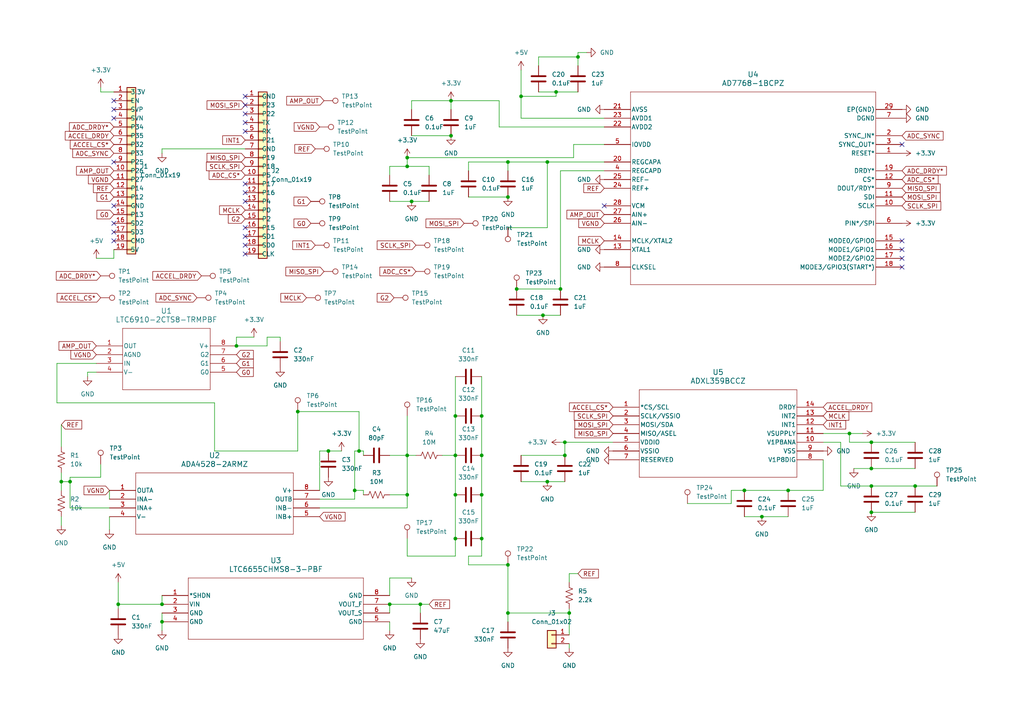
<source format=kicad_sch>
(kicad_sch (version 20230121) (generator eeschema)
  (paper "A4")
  (junction (at 68.58 100.33))
  (junction (at 139.7 143.51))
  (junction (at 158.75 139.7))
  (junction (at 228.6 142.24))
  (junction (at 162.56 83.82))
  (junction (at 252.73 140.97))
  (junction (at 102.87 142.24))
  (junction (at 163.83 132.08))
  (junction (at 132.08 143.51))
  (junction (at 46.99 175.26))
  (junction (at 220.98 149.86))
  (junction (at 139.7 120.65))
  (junction (at 34.29 175.26))
  (junction (at 95.25 130.81))
  (junction (at 252.73 148.59))
  (junction (at 163.83 128.27))
  (junction (at 157.48 91.44))
  (junction (at 252.73 135.89))
  (junction (at 265.43 140.97))
  (junction (at 252.73 128.27))
  (junction (at 147.32 57.15))
  (junction (at 149.86 83.82))
  (junction (at 118.11 45.72))
  (junction (at 139.7 156.21))
  (junction (at 113.03 175.26))
  (junction (at 118.11 143.51))
  (junction (at 158.75 46.99))
  (junction (at 132.08 132.08))
  (junction (at 132.08 156.21))
  (junction (at 104.14 130.81))
  (junction (at 118.11 132.08))
  (junction (at 132.08 120.65))
  (junction (at 17.78 139.7))
  (junction (at 151.13 27.94))
  (junction (at 147.32 163.83))
  (junction (at 215.9 142.24))
  (junction (at 20.32 139.7))
  (junction (at 246.38 125.73))
  (junction (at 121.92 175.26))
  (junction (at 147.32 46.99))
  (junction (at 130.81 39.37))
  (junction (at 147.32 177.8))
  (junction (at 130.81 29.21))
  (junction (at 161.29 26.67))
  (junction (at 86.36 119.38))
  (junction (at 165.1 177.8))
  (junction (at 167.64 16.51))
  (junction (at 118.11 48.26))
  (junction (at 119.38 58.42))
  (junction (at 46.99 180.34))
  (junction (at 139.7 132.08))
  (no_connect (at 175.26 59.69))
  (no_connect (at 71.12 30.48))
  (no_connect (at 33.02 31.75))
  (no_connect (at 33.02 64.77))
  (no_connect (at 71.12 66.04))
  (no_connect (at 33.02 29.21))
  (no_connect (at 33.02 59.69))
  (no_connect (at 33.02 69.85))
  (no_connect (at 261.62 69.85))
  (no_connect (at 261.62 77.47))
  (no_connect (at 71.12 33.02))
  (no_connect (at 71.12 27.94))
  (no_connect (at 71.12 71.12))
  (no_connect (at 71.12 58.42))
  (no_connect (at 71.12 55.88))
  (no_connect (at 261.62 41.91))
  (no_connect (at 71.12 73.66))
  (no_connect (at 261.62 72.39))
  (no_connect (at 71.12 68.58))
  (no_connect (at 71.12 35.56))
  (no_connect (at 71.12 53.34))
  (no_connect (at 33.02 67.31))
  (no_connect (at 33.02 34.29))
  (no_connect (at 71.12 38.1))
  (no_connect (at 261.62 74.93))
  (no_connect (at 33.02 46.99))
  (wire (pts (xy 119.38 58.42) (xy 124.46 58.42)))
  (wire (pts (xy 113.03 180.34) (xy 113.03 182.88)))
  (wire (pts (xy 102.87 130.81) (xy 104.14 130.81)))
  (wire (pts (xy 118.11 143.51) (xy 118.11 147.32)))
  (wire (pts (xy 199.39 146.05) (xy 212.09 146.05)))
  (wire (pts (xy 118.11 48.26) (xy 124.46 48.26)))
  (wire (pts (xy 165.1 177.8) (xy 165.1 184.15)))
  (wire (pts (xy 135.89 49.53) (xy 135.89 46.99)))
  (wire (pts (xy 27.94 107.95) (xy 25.4 107.95)))
  (wire (pts (xy 92.71 142.24) (xy 92.71 130.81)))
  (wire (pts (xy 124.46 48.26) (xy 124.46 50.8)))
  (wire (pts (xy 104.14 119.38) (xy 104.14 130.81)))
  (wire (pts (xy 135.89 163.83) (xy 135.89 161.29)))
  (wire (pts (xy 139.7 120.65) (xy 139.7 132.08)))
  (wire (pts (xy 71.12 43.18) (xy 46.99 43.18)))
  (wire (pts (xy 68.58 100.33) (xy 77.47 100.33)))
  (wire (pts (xy 132.08 120.65) (xy 132.08 132.08)))
  (wire (pts (xy 25.4 107.95) (xy 25.4 109.22)))
  (wire (pts (xy 130.81 29.21) (xy 144.78 29.21)))
  (wire (pts (xy 165.1 186.69) (xy 165.1 187.96)))
  (wire (pts (xy 118.11 132.08) (xy 120.65 132.08)))
  (wire (pts (xy 31.75 142.24) (xy 31.75 144.78)))
  (wire (pts (xy 62.23 130.81) (xy 86.36 130.81)))
  (wire (pts (xy 170.18 15.24) (xy 167.64 15.24)))
  (wire (pts (xy 149.86 83.82) (xy 162.56 83.82)))
  (wire (pts (xy 113.03 58.42) (xy 119.38 58.42)))
  (wire (pts (xy 165.1 177.8) (xy 147.32 177.8)))
  (wire (pts (xy 162.56 49.53) (xy 162.56 83.82)))
  (wire (pts (xy 102.87 142.24) (xy 102.87 144.78)))
  (wire (pts (xy 151.13 34.29) (xy 175.26 34.29)))
  (wire (pts (xy 147.32 163.83) (xy 135.89 163.83)))
  (wire (pts (xy 156.21 19.05) (xy 156.21 16.51)))
  (wire (pts (xy 163.83 128.27) (xy 177.8 128.27)))
  (wire (pts (xy 81.28 97.79) (xy 81.28 99.06)))
  (wire (pts (xy 34.29 168.91) (xy 34.29 175.26)))
  (wire (pts (xy 119.38 31.75) (xy 119.38 29.21)))
  (wire (pts (xy 105.41 142.24) (xy 102.87 142.24)))
  (wire (pts (xy 161.29 26.67) (xy 161.29 27.94)))
  (wire (pts (xy 246.38 128.27) (xy 252.73 128.27)))
  (wire (pts (xy 163.83 132.08) (xy 163.83 128.27)))
  (wire (pts (xy 33.02 72.39) (xy 33.02 74.93)))
  (wire (pts (xy 118.11 161.29) (xy 132.08 161.29)))
  (wire (pts (xy 167.64 166.37) (xy 165.1 166.37)))
  (wire (pts (xy 31.75 149.86) (xy 31.75 153.67)))
  (wire (pts (xy 17.78 139.7) (xy 20.32 139.7)))
  (wire (pts (xy 166.37 45.72) (xy 166.37 41.91)))
  (wire (pts (xy 238.76 133.35) (xy 238.76 142.24)))
  (wire (pts (xy 161.29 26.67) (xy 167.64 26.67)))
  (wire (pts (xy 34.29 176.53) (xy 34.29 175.26)))
  (wire (pts (xy 243.84 140.97) (xy 243.84 128.27)))
  (wire (pts (xy 135.89 57.15) (xy 147.32 57.15)))
  (wire (pts (xy 46.99 177.8) (xy 46.99 180.34)))
  (wire (pts (xy 104.14 130.81) (xy 105.41 130.81)))
  (wire (pts (xy 144.78 29.21) (xy 144.78 36.83)))
  (wire (pts (xy 139.7 132.08) (xy 139.7 143.51)))
  (wire (pts (xy 113.03 50.8) (xy 113.03 48.26)))
  (wire (pts (xy 119.38 39.37) (xy 130.81 39.37)))
  (wire (pts (xy 17.78 149.86) (xy 17.78 152.4)))
  (wire (pts (xy 132.08 109.22) (xy 132.08 120.65)))
  (wire (pts (xy 246.38 125.73) (xy 246.38 128.27)))
  (wire (pts (xy 77.47 97.79) (xy 81.28 97.79)))
  (wire (pts (xy 162.56 128.27) (xy 163.83 128.27)))
  (wire (pts (xy 95.25 130.81) (xy 99.06 130.81)))
  (wire (pts (xy 151.13 27.94) (xy 151.13 34.29)))
  (wire (pts (xy 151.13 20.32) (xy 151.13 27.94)))
  (wire (pts (xy 118.11 132.08) (xy 118.11 143.51)))
  (wire (pts (xy 16.51 116.84) (xy 16.51 105.41)))
  (wire (pts (xy 113.03 132.08) (xy 118.11 132.08)))
  (wire (pts (xy 118.11 45.72) (xy 166.37 45.72)))
  (wire (pts (xy 118.11 156.21) (xy 118.11 161.29)))
  (wire (pts (xy 252.73 128.27) (xy 265.43 128.27)))
  (wire (pts (xy 238.76 142.24) (xy 228.6 142.24)))
  (wire (pts (xy 252.73 135.89) (xy 265.43 135.89)))
  (wire (pts (xy 212.09 146.05) (xy 212.09 142.24)))
  (wire (pts (xy 147.32 163.83) (xy 147.32 177.8)))
  (wire (pts (xy 29.21 138.43) (xy 29.21 134.62)))
  (wire (pts (xy 118.11 120.65) (xy 118.11 132.08)))
  (wire (pts (xy 132.08 143.51) (xy 132.08 156.21)))
  (wire (pts (xy 113.03 172.72) (xy 113.03 167.64)))
  (wire (pts (xy 113.03 175.26) (xy 113.03 177.8)))
  (wire (pts (xy 215.9 149.86) (xy 220.98 149.86)))
  (wire (pts (xy 113.03 175.26) (xy 121.92 175.26)))
  (wire (pts (xy 139.7 109.22) (xy 139.7 120.65)))
  (wire (pts (xy 121.92 175.26) (xy 124.46 175.26)))
  (wire (pts (xy 20.32 138.43) (xy 29.21 138.43)))
  (wire (pts (xy 135.89 46.99) (xy 147.32 46.99)))
  (wire (pts (xy 247.65 135.89) (xy 252.73 135.89)))
  (wire (pts (xy 16.51 105.41) (xy 27.94 105.41)))
  (wire (pts (xy 113.03 167.64) (xy 119.38 167.64)))
  (wire (pts (xy 167.64 15.24) (xy 167.64 16.51)))
  (wire (pts (xy 102.87 144.78) (xy 92.71 144.78)))
  (wire (pts (xy 166.37 41.91) (xy 175.26 41.91)))
  (wire (pts (xy 139.7 143.51) (xy 139.7 156.21)))
  (wire (pts (xy 215.9 142.24) (xy 228.6 142.24)))
  (wire (pts (xy 175.26 46.99) (xy 158.75 46.99)))
  (wire (pts (xy 151.13 139.7) (xy 158.75 139.7)))
  (wire (pts (xy 158.75 139.7) (xy 163.83 139.7)))
  (wire (pts (xy 102.87 130.81) (xy 102.87 142.24)))
  (wire (pts (xy 105.41 142.24) (xy 105.41 143.51)))
  (wire (pts (xy 158.75 66.04) (xy 158.75 46.99)))
  (wire (pts (xy 113.03 48.26) (xy 118.11 48.26)))
  (wire (pts (xy 135.89 161.29) (xy 139.7 161.29)))
  (wire (pts (xy 132.08 156.21) (xy 132.08 161.29)))
  (wire (pts (xy 46.99 43.18) (xy 46.99 44.45)))
  (wire (pts (xy 121.92 175.26) (xy 121.92 177.8)))
  (wire (pts (xy 86.36 130.81) (xy 86.36 119.38)))
  (wire (pts (xy 165.1 166.37) (xy 165.1 168.91)))
  (wire (pts (xy 17.78 139.7) (xy 17.78 142.24)))
  (wire (pts (xy 139.7 161.29) (xy 139.7 156.21)))
  (wire (pts (xy 62.23 116.84) (xy 62.23 130.81)))
  (wire (pts (xy 27.94 74.93) (xy 33.02 74.93)))
  (wire (pts (xy 162.56 49.53) (xy 175.26 49.53)))
  (wire (pts (xy 158.75 46.99) (xy 147.32 46.99)))
  (wire (pts (xy 20.32 139.7) (xy 20.32 138.43)))
  (wire (pts (xy 144.78 36.83) (xy 175.26 36.83)))
  (wire (pts (xy 20.32 147.32) (xy 31.75 147.32)))
  (wire (pts (xy 151.13 27.94) (xy 161.29 27.94)))
  (wire (pts (xy 77.47 100.33) (xy 77.47 97.79)))
  (wire (pts (xy 17.78 137.16) (xy 17.78 139.7)))
  (wire (pts (xy 252.73 148.59) (xy 265.43 148.59)))
  (wire (pts (xy 147.32 180.34) (xy 147.32 177.8)))
  (wire (pts (xy 156.21 26.67) (xy 161.29 26.67)))
  (wire (pts (xy 62.23 116.84) (xy 16.51 116.84)))
  (wire (pts (xy 46.99 172.72) (xy 46.99 175.26)))
  (wire (pts (xy 92.71 147.32) (xy 118.11 147.32)))
  (wire (pts (xy 151.13 132.08) (xy 163.83 132.08)))
  (wire (pts (xy 167.64 16.51) (xy 167.64 19.05)))
  (wire (pts (xy 149.86 91.44) (xy 157.48 91.44)))
  (wire (pts (xy 34.29 175.26) (xy 46.99 175.26)))
  (wire (pts (xy 271.78 140.97) (xy 265.43 140.97)))
  (wire (pts (xy 165.1 176.53) (xy 165.1 177.8)))
  (wire (pts (xy 92.71 130.81) (xy 95.25 130.81)))
  (wire (pts (xy 86.36 119.38) (xy 104.14 119.38)))
  (wire (pts (xy 220.98 149.86) (xy 228.6 149.86)))
  (wire (pts (xy 157.48 91.44) (xy 162.56 91.44)))
  (wire (pts (xy 252.73 140.97) (xy 265.43 140.97)))
  (wire (pts (xy 46.99 180.34) (xy 46.99 182.88)))
  (wire (pts (xy 105.41 130.81) (xy 105.41 132.08)))
  (wire (pts (xy 156.21 16.51) (xy 167.64 16.51)))
  (wire (pts (xy 238.76 125.73) (xy 246.38 125.73)))
  (wire (pts (xy 243.84 140.97) (xy 252.73 140.97)))
  (wire (pts (xy 212.09 142.24) (xy 215.9 142.24)))
  (wire (pts (xy 33.02 26.67) (xy 29.21 26.67)))
  (wire (pts (xy 132.08 132.08) (xy 132.08 143.51)))
  (wire (pts (xy 243.84 128.27) (xy 238.76 128.27)))
  (wire (pts (xy 29.21 25.4) (xy 29.21 26.67)))
  (wire (pts (xy 68.58 97.79) (xy 68.58 100.33)))
  (wire (pts (xy 246.38 125.73) (xy 250.19 125.73)))
  (wire (pts (xy 20.32 139.7) (xy 20.32 147.32)))
  (wire (pts (xy 17.78 123.19) (xy 17.78 129.54)))
  (wire (pts (xy 113.03 143.51) (xy 118.11 143.51)))
  (wire (pts (xy 119.38 29.21) (xy 130.81 29.21)))
  (wire (pts (xy 73.66 97.79) (xy 68.58 97.79)))
  (wire (pts (xy 130.81 29.21) (xy 130.81 31.75)))
  (wire (pts (xy 128.27 132.08) (xy 132.08 132.08)))
  (wire (pts (xy 147.32 66.04) (xy 158.75 66.04)))
  (wire (pts (xy 147.32 46.99) (xy 147.32 49.53)))
  (wire (pts (xy 118.11 45.72) (xy 118.11 48.26)))
  (global_label "MOSI_SPI" (shape input) (at 177.8 123.19 180) (property "Intersheetrefs" "${INTERSHEET_REFS}" (effects hide)))
  (global_label "REF" (shape input) (at 91.44 43.18 180) (property "Intersheetrefs" "${INTERSHEET_REFS}" (effects hide)))
  (global_label "ACCEL_CS*" (shape input) (at 29.21 86.36 180) (property "Intersheetrefs" "${INTERSHEET_REFS}" (effects hide)))
  (global_label "G0" (shape input) (at 90.17 64.77 180) (property "Intersheetrefs" "${INTERSHEET_REFS}" (effects hide)))
  (global_label "MOSI_SPI" (shape input) (at 71.12 30.48 180) (property "Intersheetrefs" "${INTERSHEET_REFS}" (effects hide)))
  (global_label "G0" (shape input) (at 68.58 107.95 0) (property "Intersheetrefs" "${INTERSHEET_REFS}" (effects hide)))
  (global_label "ACCEL_CS*" (shape input) (at 177.8 118.11 180) (property "Intersheetrefs" "${INTERSHEET_REFS}" (effects hide)))
  (global_label "SCLK_SPI" (shape input) (at 71.12 48.26 180) (property "Intersheetrefs" "${INTERSHEET_REFS}" (effects hide)))
  (global_label "G1" (shape input) (at 33.02 57.15 180) (property "Intersheetrefs" "${INTERSHEET_REFS}" (effects hide)))
  (global_label "AMP_OUT" (shape input) (at 33.02 49.53 180) (property "Intersheetrefs" "${INTERSHEET_REFS}" (effects hide)))
  (global_label "REF" (shape input) (at 167.64 166.37 0) (property "Intersheetrefs" "${INTERSHEET_REFS}" (effects hide)))
  (global_label "ADC_CS*" (shape input) (at 71.12 50.8 180) (property "Intersheetrefs" "${INTERSHEET_REFS}" (effects hide)))
  (global_label "ACCEL_DRDY" (shape input) (at 238.76 118.11 0) (property "Intersheetrefs" "${INTERSHEET_REFS}" (effects hide)))
  (global_label "VGND" (shape input) (at 27.94 102.87 180) (property "Intersheetrefs" "${INTERSHEET_REFS}" (effects hide)))
  (global_label "SCLK_SPI" (shape input) (at 177.8 120.65 180) (property "Intersheetrefs" "${INTERSHEET_REFS}" (effects hide)))
  (global_label "MISO_SPI" (shape input) (at 177.8 125.73 180) (property "Intersheetrefs" "${INTERSHEET_REFS}" (effects hide)))
  (global_label "ADC_DRDY*" (shape input) (at 29.21 80.01 180) (property "Intersheetrefs" "${INTERSHEET_REFS}" (effects hide)))
  (global_label "ACCEL_DRDY" (shape input) (at 58.42 80.01 180) (property "Intersheetrefs" "${INTERSHEET_REFS}" (effects hide)))
  (global_label "ADC_CS*" (shape input) (at 120.65 78.74 180) (property "Intersheetrefs" "${INTERSHEET_REFS}" (effects hide)))
  (global_label "MISO_SPI" (shape input) (at 93.98 78.74 180) (property "Intersheetrefs" "${INTERSHEET_REFS}" (effects hide)))
  (global_label "MCLK" (shape input) (at 71.12 60.96 180) (property "Intersheetrefs" "${INTERSHEET_REFS}" (effects hide)))
  (global_label "AMP_OUT" (shape input) (at 27.94 100.33 180) (property "Intersheetrefs" "${INTERSHEET_REFS}" (effects hide)))
  (global_label "MISO_SPI" (shape input) (at 71.12 45.72 180) (property "Intersheetrefs" "${INTERSHEET_REFS}" (effects hide)))
  (global_label "MCLK" (shape input) (at 175.26 69.85 180) (property "Intersheetrefs" "${INTERSHEET_REFS}" (effects hide)))
  (global_label "ADC_SYNC" (shape input) (at 261.62 39.37 0) (property "Intersheetrefs" "${INTERSHEET_REFS}" (effects hide)))
  (global_label "MOSI_SPI" (shape input) (at 261.62 57.15 0) (property "Intersheetrefs" "${INTERSHEET_REFS}" (effects hide)))
  (global_label "REF" (shape input) (at 33.02 54.61 180) (property "Intersheetrefs" "${INTERSHEET_REFS}" (effects hide)))
  (global_label "G2" (shape input) (at 71.12 63.5 180) (property "Intersheetrefs" "${INTERSHEET_REFS}" (effects hide)))
  (global_label "AMP_OUT" (shape input) (at 93.98 29.21 180) (property "Intersheetrefs" "${INTERSHEET_REFS}" (effects hide)))
  (global_label "REF" (shape input) (at 175.26 54.61 180) (property "Intersheetrefs" "${INTERSHEET_REFS}" (effects hide)))
  (global_label "G0" (shape input) (at 33.02 62.23 180) (property "Intersheetrefs" "${INTERSHEET_REFS}" (effects hide)))
  (global_label "MCLK" (shape input) (at 238.76 120.65 0) (property "Intersheetrefs" "${INTERSHEET_REFS}" (effects hide)))
  (global_label "INT1" (shape input) (at 91.44 71.12 180) (property "Intersheetrefs" "${INTERSHEET_REFS}" (effects hide)))
  (global_label "ADC_SYNC" (shape input) (at 57.15 86.36 180) (property "Intersheetrefs" "${INTERSHEET_REFS}" (effects hide)))
  (global_label "ADC_DRDY*" (shape input) (at 33.02 36.83 180) (property "Intersheetrefs" "${INTERSHEET_REFS}" (effects hide)))
  (global_label "MCLK" (shape input) (at 88.9 86.36 180) (property "Intersheetrefs" "${INTERSHEET_REFS}" (effects hide)))
  (global_label "VGND" (shape input) (at 175.26 64.77 180) (property "Intersheetrefs" "${INTERSHEET_REFS}" (effects hide)))
  (global_label "MISO_SPI" (shape input) (at 261.62 54.61 0) (property "Intersheetrefs" "${INTERSHEET_REFS}" (effects hide)))
  (global_label "AMP_OUT" (shape input) (at 175.26 62.23 180) (property "Intersheetrefs" "${INTERSHEET_REFS}" (effects hide)))
  (global_label "ADC_SYNC" (shape input) (at 33.02 44.45 180) (property "Intersheetrefs" "${INTERSHEET_REFS}" (effects hide)))
  (global_label "VGND" (shape input) (at 92.71 36.83 180) (property "Intersheetrefs" "${INTERSHEET_REFS}" (effects hide)))
  (global_label "SCLK_SPI" (shape input) (at 261.62 59.69 0) (property "Intersheetrefs" "${INTERSHEET_REFS}" (effects hide)))
  (global_label "VGND" (shape input) (at 31.75 142.24 180) (property "Intersheetrefs" "${INTERSHEET_REFS}" (effects hide)))
  (global_label "ADC_CS*" (shape input) (at 261.62 52.07 0) (property "Intersheetrefs" "${INTERSHEET_REFS}" (effects hide)))
  (global_label "INT1" (shape input) (at 71.12 40.64 180) (property "Intersheetrefs" "${INTERSHEET_REFS}" (effects hide)))
  (global_label "G2" (shape input) (at 68.58 102.87 0) (property "Intersheetrefs" "${INTERSHEET_REFS}" (effects hide)))
  (global_label "SCLK_SPI" (shape input) (at 120.65 71.12 180) (property "Intersheetrefs" "${INTERSHEET_REFS}" (effects hide)))
  (global_label "REF" (shape input) (at 124.46 175.26 0) (property "Intersheetrefs" "${INTERSHEET_REFS}" (effects hide)))
  (global_label "REF" (shape input) (at 17.78 123.19 0) (property "Intersheetrefs" "${INTERSHEET_REFS}" (effects hide)))
  (global_label "G1" (shape input) (at 68.58 105.41 0) (property "Intersheetrefs" "${INTERSHEET_REFS}" (effects hide)))
  (global_label "ADC_DRDY*" (shape input) (at 261.62 49.53 0) (property "Intersheetrefs" "${INTERSHEET_REFS}" (effects hide)))
  (global_label "G2" (shape input) (at 114.3 86.36 180) (property "Intersheetrefs" "${INTERSHEET_REFS}" (effects hide)))
  (global_label "VGND" (shape input) (at 92.71 149.86 0) (property "Intersheetrefs" "${INTERSHEET_REFS}" (effects hide)))
  (global_label "G1" (shape input) (at 90.17 58.42 180) (property "Intersheetrefs" "${INTERSHEET_REFS}" (effects hide)))
  (global_label "VGND" (shape input) (at 33.02 52.07 180) (property "Intersheetrefs" "${INTERSHEET_REFS}" (effects hide)))
  (global_label "ACCEL_CS*" (shape input) (at 33.02 41.91 180) (property "Intersheetrefs" "${INTERSHEET_REFS}" (effects hide)))
  (global_label "MOSI_SPI" (shape input) (at 134.62 64.77 180) (property "Intersheetrefs" "${INTERSHEET_REFS}" (effects hide)))
  (global_label "ACCEL_DRDY" (shape input) (at 33.02 39.37 180) (property "Intersheetrefs" "${INTERSHEET_REFS}" (effects hide)))
  (global_label "INT1" (shape input) (at 238.76 123.19 0) (property "Intersheetrefs" "${INTERSHEET_REFS}" (effects hide)))
  (symbol (lib_id "Connector:TestPoint") (at 29.21 134.62 0) (unit 1)
    (property "Reference" "TP3" (at 31.75 130.048 0) (effects (justify left)))
    (property "Value" "TestPoint" (at 31.75 132.588 0) (effects (justify left)))
    (property "Footprint" "TestPoint:TestPoint_Pad_D1.5mm" (effects hide))
  )
  (symbol (lib_id "Device:C") (at 135.89 53.34 0) (unit 1)
    (property "Reference" "C10" (at 139.7 52.07 0) (effects (justify left)))
    (property "Value" "0.1uF" (at 139.7 54.61 0) (effects (justify left)))
    (property "Footprint" "Capacitor_SMD:C_0805_2012Metric_Pad1.18x1.45mm_HandSolder" (effects hide))
  )
  (symbol (lib_id "Connector:TestPoint") (at 86.36 119.38 0) (unit 1)
    (property "Reference" "TP6" (at 88.9 114.808 0) (effects (justify left)))
    (property "Value" "TestPoint" (at 88.9 117.348 0) (effects (justify left)))
    (property "Footprint" "TestPoint:TestPoint_Pad_D1.5mm" (effects hide))
  )
  (symbol (lib_id "LTC6655:LTC6655CHMS8-3-PBF") (at 46.99 172.72 0) (unit 1)
    (property "Reference" "U3" (at 80.01 162.56 0) (effects (font (size 1.524 1.524))))
    (property "Value" "LTC6655CHMS8-3-PBF" (at 80.01 165.1 0) (effects (font (size 1.524 1.524))))
    (property "Footprint" "LTC6655CHMS8-3-PBF:MSOP-8_MS_LIT" (effects hide))
    (property "Datasheet" "LTC6655CHMS8-3-PBF" (effects hide))
  )
  (symbol (lib_id "power:GND") (at 119.38 58.42 0) (unit 1)
    (property "Reference" "#PWR016" (effects hide))
    (property "Value" "GND" (at 119.38 63.5 0))
  )
  (symbol (lib_id "power:+3.3V") (at 261.62 64.77 270) (unit 1)
    (property "Reference" "#PWR043" (effects hide))
    (property "Value" "+3.3V" (at 265.43 64.77 90) (effects (justify left)))
  )
  (symbol (lib_id "power:GND") (at 247.65 135.89 0) (unit 1)
    (property "Reference" "#PWR037" (effects hide))
    (property "Value" "GND" (at 247.65 140.97 0))
  )
  (symbol (lib_id "power:GND") (at 157.48 91.44 0) (unit 1)
    (property "Reference" "#PWR024" (effects hide))
    (property "Value" "GND" (at 157.48 96.52 0))
  )
  (symbol (lib_id "Connector:TestPoint") (at 90.17 64.77 270) (unit 1)
    (property "Reference" "TP9" (at 95.25 63.5 90) (effects (justify left)))
    (property "Value" "TestPoint" (at 95.25 66.04 90) (effects (justify left)))
    (property "Footprint" "TestPoint:TestPoint_Pad_D1.5mm" (effects hide))
  )
  (symbol (lib_id "Device:C") (at 109.22 132.08 90) (mirror x) (unit 1)
    (property "Reference" "C4" (at 109.22 124.46 90))
    (property "Value" "80pF" (at 109.22 127 90))
    (property "Footprint" "Capacitor_SMD:C_0805_2012Metric_Pad1.18x1.45mm_HandSolder" (effects hide))
  )
  (symbol (lib_id "power:+3.3V") (at 99.06 130.81 0) (unit 1)
    (property "Reference" "#PWR013" (effects hide))
    (property "Value" "+3.3V" (at 99.06 125.73 0))
  )
  (symbol (lib_id "Device:C") (at 135.89 132.08 90) (mirror x) (unit 1)
    (property "Reference" "C13" (at 135.89 124.46 90))
    (property "Value" "330nF" (at 135.89 127 90))
    (property "Footprint" "Capacitor_SMD:C_1206_3216Metric_Pad1.33x1.80mm_HandSolder" (effects hide))
  )
  (symbol (lib_id "Connector:TestPoint") (at 29.21 86.36 270) (unit 1)
    (property "Reference" "TP2" (at 34.29 85.09 90) (effects (justify left)))
    (property "Value" "TestPoint" (at 34.29 87.63 90) (effects (justify left)))
    (property "Footprint" "TestPoint:TestPoint_Pad_D1.5mm" (effects hide))
  )
  (symbol (lib_id "power:+5V") (at 34.29 168.91 0) (unit 1)
    (property "Reference" "#PWR06" (effects hide))
    (property "Value" "+5V" (at 34.29 163.83 0))
  )
  (symbol (lib_id "power:GND") (at 31.75 153.67 0) (unit 1)
    (property "Reference" "#PWR05" (effects hide))
    (property "Value" "GND" (at 31.75 158.75 0))
  )
  (symbol (lib_id "power:GND") (at 17.78 152.4 0) (unit 1)
    (property "Reference" "#PWR01" (effects hide))
    (property "Value" "GND" (at 17.78 157.48 0))
  )
  (symbol (lib_id "power:GND") (at 261.62 31.75 90) (mirror x) (unit 1)
    (property "Reference" "#PWR040" (effects hide))
    (property "Value" "GND" (at 265.43 31.75 90) (effects (justify right)))
  )
  (symbol (lib_id "Device:C") (at 162.56 87.63 0) (unit 1)
    (property "Reference" "C21" (at 166.37 86.36 0) (effects (justify left)))
    (property "Value" "1uF" (at 166.37 88.9 0) (effects (justify left)))
    (property "Footprint" "Capacitor_SMD:C_0805_2012Metric_Pad1.18x1.45mm_HandSolder" (effects hide))
  )
  (symbol (lib_id "Connector:TestPoint") (at 147.32 66.04 180) (unit 1)
    (property "Reference" "TP21" (at 149.86 68.072 0) (effects (justify right)))
    (property "Value" "TestPoint" (at 149.86 70.612 0) (effects (justify right)))
    (property "Footprint" "TestPoint:TestPoint_Pad_D1.5mm" (effects hide))
  )
  (symbol (lib_id "Connector:TestPoint") (at 149.86 83.82 0) (unit 1)
    (property "Reference" "TP23" (at 152.4 79.248 0) (effects (justify left)))
    (property "Value" "TestPoint" (at 152.4 81.788 0) (effects (justify left)))
    (property "Footprint" "TestPoint:TestPoint_Pad_D1.5mm" (effects hide))
  )
  (symbol (lib_id "Device:C") (at 228.6 146.05 0) (unit 1)
    (property "Reference" "C25" (at 232.41 144.78 0) (effects (justify left)))
    (property "Value" "1uF" (at 232.41 147.32 0) (effects (justify left)))
    (property "Footprint" "Capacitor_SMD:C_0805_2012Metric_Pad1.18x1.45mm_HandSolder" (effects hide))
  )
  (symbol (lib_id "Connector:TestPoint") (at 134.62 64.77 270) (unit 1)
    (property "Reference" "TP20" (at 139.7 63.5 90) (effects (justify left)))
    (property "Value" "TestPoint" (at 139.7 66.04 90) (effects (justify left)))
    (property "Footprint" "TestPoint:TestPoint_Pad_D1.5mm" (effects hide))
  )
  (symbol (lib_id "power:GND") (at 175.26 72.39 270) (unit 1)
    (property "Reference" "#PWR031" (effects hide))
    (property "Value" "GND" (at 171.45 72.39 90) (effects (justify right)))
  )
  (symbol (lib_id "power:+5V") (at 27.94 74.93 0) (unit 1)
    (property "Reference" "#PWR03" (effects hide))
    (property "Value" "+5V" (at 27.94 69.85 0))
  )
  (symbol (lib_id "power:GND") (at 175.26 52.07 270) (unit 1)
    (property "Reference" "#PWR030" (effects hide))
    (property "Value" "GND" (at 171.45 52.07 90) (effects (justify right)))
  )
  (symbol (lib_id "Device:C") (at 151.13 135.89 0) (unit 1)
    (property "Reference" "C19" (at 154.94 134.62 0) (effects (justify left)))
    (property "Value" "0.1uF" (at 154.94 137.16 0) (effects (justify left)))
    (property "Footprint" "Capacitor_SMD:C_0805_2012Metric_Pad1.18x1.45mm_HandSolder" (effects hide))
  )
  (symbol (lib_id "Connector_Generic:Conn_01x02") (at 160.02 184.15 0) (mirror y) (unit 1)
    (property "Reference" "J3" (at 160.02 177.8 0))
    (property "Value" "Conn_01x02" (at 160.02 180.34 0))
    (property "Footprint" "Connector_PinHeader_2.54mm:PinHeader_1x02_P2.54mm_Horizontal" (effects hide))
  )
  (symbol (lib_id "power:GND") (at 177.8 130.81 270) (unit 1)
    (property "Reference" "#PWR033" (effects hide))
    (property "Value" "GND" (at 173.99 130.81 90) (effects (justify right)))
  )
  (symbol (lib_id "power:GND") (at 175.26 77.47 270) (unit 1)
    (property "Reference" "#PWR032" (effects hide))
    (property "Value" "GND" (at 171.45 77.47 90) (effects (justify right)))
  )
  (symbol (lib_id "Device:C") (at 130.81 35.56 0) (unit 1)
    (property "Reference" "C9" (at 134.62 34.29 0) (effects (justify left)))
    (property "Value" "1uF" (at 134.62 36.83 0) (effects (justify left)))
    (property "Footprint" "Capacitor_SMD:C_0805_2012Metric_Pad1.18x1.45mm_HandSolder" (effects hide))
  )
  (symbol (lib_id "power:GND") (at 165.1 187.96 0) (unit 1)
    (property "Reference" "#PWR027" (effects hide))
    (property "Value" "GND" (at 165.1 193.04 0))
  )
  (symbol (lib_id "Device:C") (at 149.86 87.63 0) (unit 1)
    (property "Reference" "C18" (at 153.67 86.36 0) (effects (justify left)))
    (property "Value" "0.1uF" (at 153.67 88.9 0) (effects (justify left)))
    (property "Footprint" "Capacitor_SMD:C_0805_2012Metric_Pad1.18x1.45mm_HandSolder" (effects hide))
  )
  (symbol (lib_id "ADA4528-2:ADA4528-2ARMZ") (at 31.75 142.24 0) (unit 1)
    (property "Reference" "U2" (at 62.23 132.08 0) (effects (font (size 1.524 1.524))))
    (property "Value" "ADA4528-2ARMZ" (at 62.23 134.62 0) (effects (font (size 1.524 1.524))))
    (property "Footprint" "ADA4528-2:RM_8_ADI" (effects hide))
    (property "Datasheet" "ADA4528-2ARMZ" (effects hide))
  )
  (symbol (lib_id "Device:R_US") (at 109.22 143.51 270) (unit 1)
    (property "Reference" "R3" (at 109.22 137.16 90))
    (property "Value" "10M" (at 109.22 139.7 90))
    (property "Footprint" "Resistor_SMD:R_0805_2012Metric_Pad1.20x1.40mm_HandSolder" (effects hide))
  )
  (symbol (lib_id "Device:C") (at 215.9 146.05 0) (unit 1)
    (property "Reference" "C24" (at 219.71 144.78 0) (effects (justify left)))
    (property "Value" "0.1uF" (at 219.71 147.32 0) (effects (justify left)))
    (property "Footprint" "Capacitor_SMD:C_0805_2012Metric_Pad1.18x1.45mm_HandSolder" (effects hide))
  )
  (symbol (lib_id "power:GND") (at 34.29 184.15 0) (unit 1)
    (property "Reference" "#PWR07" (effects hide))
    (property "Value" "GND" (at 34.29 189.23 0))
  )
  (symbol (lib_id "Device:R_US") (at 17.78 133.35 0) (unit 1)
    (property "Reference" "R1" (at 20.32 132.08 0) (effects (justify left)))
    (property "Value" "10k" (at 20.32 134.62 0) (effects (justify left)))
    (property "Footprint" "Resistor_SMD:R_0805_2012Metric_Pad1.20x1.40mm_HandSolder" (effects hide))
  )
  (symbol (lib_id "Device:C") (at 167.64 22.86 0) (unit 1)
    (property "Reference" "C23" (at 171.45 21.59 0) (effects (justify left)))
    (property "Value" "1uF" (at 171.45 24.13 0) (effects (justify left)))
    (property "Footprint" "Capacitor_SMD:C_0805_2012Metric_Pad1.18x1.45mm_HandSolder" (effects hide))
  )
  (symbol (lib_id "power:GND") (at 46.99 182.88 0) (unit 1)
    (property "Reference" "#PWR09" (effects hide))
    (property "Value" "GND" (at 46.99 187.96 0))
  )
  (symbol (lib_id "Connector:TestPoint") (at 118.11 120.65 0) (unit 1)
    (property "Reference" "TP16" (at 120.65 116.078 0) (effects (justify left)))
    (property "Value" "TestPoint" (at 120.65 118.618 0) (effects (justify left)))
    (property "Footprint" "TestPoint:TestPoint_Pad_D1.5mm" (effects hide))
  )
  (symbol (lib_id "power:+3.3V") (at 118.11 45.72 0) (unit 1)
    (property "Reference" "#PWR015" (effects hide))
    (property "Value" "+3.3V" (at 118.11 40.64 0))
  )
  (symbol (lib_id "Device:C") (at 135.89 156.21 90) (mirror x) (unit 1)
    (property "Reference" "C15" (at 135.89 148.59 90))
    (property "Value" "330nF" (at 135.89 151.13 90))
    (property "Footprint" "Capacitor_SMD:C_1206_3216Metric_Pad1.33x1.80mm_HandSolder" (effects hide))
  )
  (symbol (lib_id "Device:C") (at 135.89 143.51 90) (mirror x) (unit 1)
    (property "Reference" "C14" (at 135.89 135.89 90))
    (property "Value" "330nF" (at 135.89 138.43 90))
    (property "Footprint" "Capacitor_SMD:C_1206_3216Metric_Pad1.33x1.80mm_HandSolder" (effects hide))
  )
  (symbol (lib_id "power:GND") (at 147.32 187.96 0) (unit 1)
    (property "Reference" "#PWR022" (effects hide))
    (property "Value" "GND" (at 147.32 193.04 0))
  )
  (symbol (lib_id "Connector:TestPoint") (at 91.44 71.12 270) (unit 1)
    (property "Reference" "TP11" (at 96.52 69.85 90) (effects (justify left)))
    (property "Value" "TestPoint" (at 96.52 72.39 90) (effects (justify left)))
    (property "Footprint" "TestPoint:TestPoint_Pad_D1.5mm" (effects hide))
  )
  (symbol (lib_id "Connector:TestPoint") (at 114.3 86.36 270) (unit 1)
    (property "Reference" "TP15" (at 119.38 85.09 90) (effects (justify left)))
    (property "Value" "TestPoint" (at 119.38 87.63 90) (effects (justify left)))
    (property "Footprint" "TestPoint:TestPoint_Pad_D1.5mm" (effects hide))
  )
  (symbol (lib_id "Device:C") (at 252.73 132.08 0) (unit 1)
    (property "Reference" "C26" (at 256.54 130.81 0) (effects (justify left)))
    (property "Value" "0.1uF" (at 256.54 133.35 0) (effects (justify left)))
    (property "Footprint" "Capacitor_SMD:C_0805_2012Metric_Pad1.18x1.45mm_HandSolder" (effects hide))
  )
  (symbol (lib_id "power:GND") (at 25.4 109.22 0) (unit 1)
    (property "Reference" "#PWR02" (effects hide))
    (property "Value" "GND" (at 25.4 114.3 0))
  )
  (symbol (lib_id "power:GND") (at 119.38 167.64 0) (unit 1)
    (property "Reference" "#PWR017" (effects hide))
    (property "Value" "GND" (at 119.38 172.72 0))
  )
  (symbol (lib_id "Connector:TestPoint") (at 271.78 140.97 0) (unit 1)
    (property "Reference" "TP25" (at 274.32 136.398 0) (effects (justify left)))
    (property "Value" "TestPoint" (at 274.32 138.938 0) (effects (justify left)))
    (property "Footprint" "TestPoint:TestPoint_Pad_D1.5mm" (effects hide))
  )
  (symbol (lib_id "Connector:TestPoint") (at 120.65 71.12 270) (unit 1)
    (property "Reference" "TP18" (at 125.73 69.85 90) (effects (justify left)))
    (property "Value" "TestPoint" (at 125.73 72.39 90) (effects (justify left)))
    (property "Footprint" "TestPoint:TestPoint_Pad_D1.5mm" (effects hide))
  )
  (symbol (lib_id "Device:C") (at 119.38 35.56 0) (unit 1)
    (property "Reference" "C6" (at 123.19 34.29 0) (effects (justify left)))
    (property "Value" "0.1uF" (at 123.19 36.83 0) (effects (justify left)))
    (property "Footprint" "Capacitor_SMD:C_0805_2012Metric_Pad1.18x1.45mm_HandSolder" (effects hide))
  )
  (symbol (lib_id "power:GND") (at 252.73 148.59 0) (unit 1)
    (property "Reference" "#PWR039" (effects hide))
    (property "Value" "GND" (at 252.73 153.67 0))
  )
  (symbol (lib_id "power:GND") (at 175.26 31.75 270) (unit 1)
    (property "Reference" "#PWR029" (effects hide))
    (property "Value" "GND" (at 171.45 31.75 90) (effects (justify right)))
  )
  (symbol (lib_id "power:+3.3V") (at 73.66 97.79 0) (unit 1)
    (property "Reference" "#PWR010" (effects hide))
    (property "Value" "+3.3V" (at 73.66 92.71 0))
  )
  (symbol (lib_id "Device:C") (at 147.32 184.15 0) (mirror y) (unit 1)
    (property "Reference" "C17" (at 143.51 182.88 0) (effects (justify left)))
    (property "Value" "330nF" (at 143.51 185.42 0) (effects (justify left)))
    (property "Footprint" "Capacitor_SMD:C_1206_3216Metric_Pad1.33x1.80mm_HandSolder" (effects hide))
  )
  (symbol (lib_id "power:GND") (at 46.99 44.45 0) (unit 1)
    (property "Reference" "#PWR08" (effects hide))
    (property "Value" "GND" (at 46.99 49.53 0))
  )
  (symbol (lib_id "power:+3.3V") (at 250.19 125.73 270) (unit 1)
    (property "Reference" "#PWR038" (effects hide))
    (property "Value" "+3.3V" (at 254 125.73 90) (effects (justify left)))
  )
  (symbol (lib_id "LTC6910-2:LTC6910-2CTS8-TRMPBF") (at 27.94 100.33 0) (unit 1)
    (property "Reference" "U1" (at 48.26 90.17 0) (effects (font (size 1.524 1.524))))
    (property "Value" "LTC6910-2CTS8-TRMPBF" (at 48.26 92.71 0) (effects (font (size 1.524 1.524))))
    (property "Footprint" "LTC6910-2:TSOT-23_TS8_LIT" (effects hide))
    (property "Datasheet" "LTC6910-2CTS8-TRMPBF" (effects hide))
  )
  (symbol (lib_id "Device:R_US") (at 165.1 172.72 0) (unit 1)
    (property "Reference" "R5" (at 167.64 171.45 0) (effects (justify left)))
    (property "Value" "2.2k" (at 167.64 173.99 0) (effects (justify left)))
    (property "Footprint" "Capacitor_SMD:C_0805_2012Metric_Pad1.18x1.45mm_HandSolder" (effects hide))
  )
  (symbol (lib_id "Connector:TestPoint") (at 199.39 146.05 0) (unit 1)
    (property "Reference" "TP24" (at 201.93 141.478 0) (effects (justify left)))
    (property "Value" "TestPoint" (at 201.93 144.018 0) (effects (justify left)))
    (property "Footprint" "TestPoint:TestPoint_Pad_D1.5mm" (effects hide))
  )
  (symbol (lib_id "power:GND") (at 81.28 106.68 0) (unit 1)
    (property "Reference" "#PWR011" (effects hide))
    (property "Value" "GND" (at 81.28 111.76 0))
  )
  (symbol (lib_id "power:GND") (at 130.81 39.37 0) (unit 1)
    (property "Reference" "#PWR020" (effects hide))
    (property "Value" "GND" (at 130.81 44.45 0))
  )
  (symbol (lib_id "power:GND") (at 220.98 149.86 0) (unit 1)
    (property "Reference" "#PWR035" (effects hide))
    (property "Value" "GND" (at 220.98 154.94 0))
  )
  (symbol (lib_id "power:GND") (at 147.32 57.15 0) (unit 1)
    (property "Reference" "#PWR021" (effects hide))
    (property "Value" "GND" (at 147.32 62.23 0))
  )
  (symbol (lib_id "Connector:TestPoint") (at 118.11 156.21 0) (unit 1)
    (property "Reference" "TP17" (at 120.65 151.638 0) (effects (justify left)))
    (property "Value" "TestPoint" (at 120.65 154.178 0) (effects (justify left)))
    (property "Footprint" "TestPoint:TestPoint_Pad_D1.5mm" (effects hide))
  )
  (symbol (lib_id "power:GND") (at 238.76 130.81 90) (unit 1)
    (property "Reference" "#PWR036" (effects hide))
    (property "Value" "GND" (at 242.57 130.81 90) (effects (justify right)))
  )
  (symbol (lib_id "power:GND") (at 113.03 182.88 0) (unit 1)
    (property "Reference" "#PWR014" (effects hide))
    (property "Value" "GND" (at 113.03 187.96 0))
  )
  (symbol (lib_id "power:GND") (at 170.18 15.24 90) (mirror x) (unit 1)
    (property "Reference" "#PWR028" (effects hide))
    (property "Value" "GND" (at 173.99 15.24 90) (effects (justify right)))
  )
  (symbol (lib_id "Connector:TestPoint") (at 91.44 43.18 270) (unit 1)
    (property "Reference" "TP10" (at 96.52 41.91 90) (effects (justify left)))
    (property "Value" "TestPoint" (at 96.52 44.45 90) (effects (justify left)))
    (property "Footprint" "TestPoint:TestPoint_Pad_D1.5mm" (effects hide))
  )
  (symbol (lib_id "power:+3.3V") (at 261.62 44.45 270) (unit 1)
    (property "Reference" "#PWR042" (effects hide))
    (property "Value" "+3.3V" (at 265.43 44.45 90) (effects (justify left)))
  )
  (symbol (lib_id "Device:R_US") (at 124.46 132.08 90) (unit 1)
    (property "Reference" "R4" (at 124.46 125.73 90))
    (property "Value" "10M" (at 124.46 128.27 90))
    (property "Footprint" "Resistor_SMD:R_0805_2012Metric_Pad1.20x1.40mm_HandSolder" (effects hide))
  )
  (symbol (lib_id "Connector:TestPoint") (at 57.15 86.36 270) (unit 1)
    (property "Reference" "TP4" (at 62.23 85.09 90) (effects (justify left)))
    (property "Value" "TestPoint" (at 62.23 87.63 90) (effects (justify left)))
    (property "Footprint" "TestPoint:TestPoint_Pad_D1.5mm" (effects hide))
  )
  (symbol (lib_id "Device:C") (at 95.25 134.62 0) (unit 1)
    (property "Reference" "C3" (at 99.06 133.35 0) (effects (justify left)))
    (property "Value" "330nF" (at 99.06 135.89 0) (effects (justify left)))
    (property "Footprint" "Capacitor_SMD:C_1206_3216Metric_Pad1.33x1.80mm_HandSolder" (effects hide))
  )
  (symbol (lib_id "Connector:TestPoint") (at 93.98 78.74 270) (unit 1)
    (property "Reference" "TP14" (at 99.06 77.47 90) (effects (justify left)))
    (property "Value" "TestPoint" (at 99.06 80.01 90) (effects (justify left)))
    (property "Footprint" "TestPoint:TestPoint_Pad_D1.5mm" (effects hide))
  )
  (symbol (lib_id "Device:C") (at 113.03 54.61 0) (unit 1)
    (property "Reference" "C5" (at 116.84 53.34 0) (effects (justify left)))
    (property "Value" "0.1uF" (at 116.84 55.88 0) (effects (justify left)))
    (property "Footprint" "Capacitor_SMD:C_0805_2012Metric_Pad1.18x1.45mm_HandSolder" (effects hide))
  )
  (symbol (lib_id "Connector:TestPoint") (at 29.21 80.01 270) (unit 1)
    (property "Reference" "TP1" (at 34.29 78.74 90) (effects (justify left)))
    (property "Value" "TestPoint" (at 34.29 81.28 90) (effects (justify left)))
    (property "Footprint" "TestPoint:TestPoint_Pad_D1.5mm" (effects hide))
  )
  (symbol (lib_id "Device:C") (at 163.83 135.89 0) (unit 1)
    (property "Reference" "C22" (at 167.64 134.62 0) (effects (justify left)))
    (property "Value" "1uF" (at 167.64 137.16 0) (effects (justify left)))
    (property "Footprint" "Capacitor_SMD:C_0805_2012Metric_Pad1.18x1.45mm_HandSolder" (effects hide))
  )
  (symbol (lib_id "Device:C") (at 156.21 22.86 0) (unit 1)
    (property "Reference" "C20" (at 160.02 21.59 0) (effects (justify left)))
    (property "Value" "0.1uF" (at 160.02 24.13 0) (effects (justify left)))
    (property "Footprint" "Capacitor_SMD:C_0805_2012Metric_Pad1.18x1.45mm_HandSolder" (effects hide))
  )
  (symbol (lib_id "power:GND") (at 121.92 185.42 0) (unit 1)
    (property "Reference" "#PWR018" (effects hide))
    (property "Value" "GND" (at 121.92 190.5 0))
  )
  (symbol (lib_id "power:+5V") (at 151.13 20.32 0) (unit 1)
    (property "Reference" "#PWR023" (effects hide))
    (property "Value" "+5V" (at 151.13 15.24 0))
  )
  (symbol (lib_id "Connector:TestPoint") (at 93.98 29.21 270) (unit 1)
    (property "Reference" "TP13" (at 99.06 27.94 90) (effects (justify left)))
    (property "Value" "TestPoint" (at 99.06 30.48 90) (effects (justify left)))
    (property "Footprint" "TestPoint:TestPoint_Pad_D1.5mm" (effects hide))
  )
  (symbol (lib_id "ADXL359:ADXL359BCCZ") (at 177.8 118.11 0) (unit 1)
    (property "Reference" "U5" (at 208.28 107.95 0) (effects (font (size 1.524 1.524))))
    (property "Value" "ADXL359BCCZ" (at 208.28 110.49 0) (effects (font (size 1.524 1.524))))
    (property "Footprint" "ADXL359:LGA14_CC-14-2_ADI" (effects hide))
    (property "Datasheet" "ADXL359BCCZ" (effects hide))
  )
  (symbol (lib_id "Device:C") (at 124.46 54.61 0) (unit 1)
    (property "Reference" "C8" (at 128.27 53.34 0) (effects (justify left)))
    (property "Value" "1uF" (at 128.27 55.88 0) (effects (justify left)))
    (property "Footprint" "Capacitor_SMD:C_0805_2012Metric_Pad1.18x1.45mm_HandSolder" (effects hide))
  )
  (symbol (lib_id "power:GND") (at 261.62 34.29 90) (mirror x) (unit 1)
    (property "Reference" "#PWR041" (effects hide))
    (property "Value" "GND" (at 265.43 34.29 90) (effects (justify right)))
  )
  (symbol (lib_id "power:+3.3V") (at 29.21 25.4 0) (unit 1)
    (property "Reference" "#PWR04" (effects hide))
    (property "Value" "+3.3V" (at 29.21 20.32 0))
  )
  (symbol (lib_id "Connector:TestPoint") (at 88.9 86.36 270) (unit 1)
    (property "Reference" "TP7" (at 93.98 85.09 90) (effects (justify left)))
    (property "Value" "TestPoint" (at 93.98 87.63 90) (effects (justify left)))
    (property "Footprint" "TestPoint:TestPoint_Pad_D1.5mm" (effects hide))
  )
  (symbol (lib_id "Connector:TestPoint") (at 147.32 163.83 0) (unit 1)
    (property "Reference" "TP22" (at 149.86 159.258 0) (effects (justify left)))
    (property "Value" "TestPoint" (at 149.86 161.798 0) (effects (justify left)))
    (property "Footprint" "TestPoint:TestPoint_Pad_D1.5mm" (effects hide))
  )
  (symbol (lib_id "Device:R_US") (at 17.78 146.05 0) (unit 1)
    (property "Reference" "R2" (at 20.32 144.78 0) (effects (justify left)))
    (property "Value" "10k" (at 20.32 147.32 0) (effects (justify left)))
    (property "Footprint" "Resistor_SMD:R_0805_2012Metric_Pad1.20x1.40mm_HandSolder" (effects hide))
  )
  (symbol (lib_id "power:GND") (at 158.75 139.7 0) (unit 1)
    (property "Reference" "#PWR025" (effects hide))
    (property "Value" "GND" (at 158.75 144.78 0))
  )
  (symbol (lib_id "power:+3.3V") (at 162.56 128.27 90) (mirror x) (unit 1)
    (property "Reference" "#PWR026" (effects hide))
    (property "Value" "+3.3V" (at 158.75 128.27 90) (effects (justify left)))
  )
  (symbol (lib_id "Connector:TestPoint") (at 120.65 78.74 270) (unit 1)
    (property "Reference" "TP19" (at 125.73 77.47 90) (effects (justify left)))
    (property "Value" "TestPoint" (at 125.73 80.01 90) (effects (justify left)))
    (property "Footprint" "TestPoint:TestPoint_Pad_D1.5mm" (effects hide))
  )
  (symbol (lib_id "Device:C") (at 81.28 102.87 0) (unit 1)
    (property "Reference" "C2" (at 85.09 101.6 0) (effects (justify left)))
    (property "Value" "330nF" (at 85.09 104.14 0) (effects (justify left)))
    (property "Footprint" "Capacitor_SMD:C_1206_3216Metric_Pad1.33x1.80mm_HandSolder" (effects hide))
  )
  (symbol (lib_id "power:+3.3V") (at 130.81 29.21 0) (unit 1)
    (property "Reference" "#PWR019" (effects hide))
    (property "Value" "+3.3V" (at 130.81 24.13 0))
  )
  (symbol (lib_id "AD7768:AD7768-1BCPZ") (at 175.26 31.75 0) (unit 1)
    (property "Reference" "U4" (at 218.44 21.59 0) (effects (font (size 1.524 1.524))))
    (property "Value" "AD7768-1BCPZ" (at 218.44 24.13 0) (effects (font (size 1.524 1.524))))
    (property "Footprint" "AD7768:CP_28_12" (effects hide))
    (property "Datasheet" "AD7768-1BCPZ" (effects hide))
  )
  (symbol (lib_id "Device:C") (at 265.43 132.08 0) (unit 1)
    (property "Reference" "C28" (at 269.24 130.81 0) (effects (justify left)))
    (property "Value" "1uF" (at 269.24 133.35 0) (effects (justify left)))
    (property "Footprint" "Capacitor_SMD:C_0805_2012Metric_Pad1.18x1.45mm_HandSolder" (effects hide))
  )
  (symbol (lib_id "power:GND") (at 95.25 138.43 0) (unit 1)
    (property "Reference" "#PWR012" (effects hide))
    (property "Value" "GND" (at 95.25 143.51 0))
  )
  (symbol (lib_id "Device:C") (at 135.89 109.22 90) (mirror x) (unit 1)
    (property "Reference" "C11" (at 135.89 101.6 90))
    (property "Value" "330nF" (at 135.89 104.14 90))
    (property "Footprint" "Capacitor_SMD:C_1206_3216Metric_Pad1.33x1.80mm_HandSolder" (effects hide))
  )
  (symbol (lib_id "Device:C") (at 34.29 180.34 0) (unit 1)
    (property "Reference" "C1" (at 38.1 179.07 0) (effects (justify left)))
    (property "Value" "330nF" (at 38.1 181.61 0) (effects (justify left)))
    (property "Footprint" "Capacitor_SMD:C_1206_3216Metric_Pad1.33x1.80mm_HandSolder" (effects hide))
  )
  (symbol (lib_id "power:GND") (at 177.8 133.35 270) (unit 1)
    (property "Reference" "#PWR034" (effects hide))
    (property "Value" "GND" (at 173.99 133.35 90) (effects (justify right)))
  )
  (symbol (lib_id "Device:C") (at 252.73 144.78 0) (unit 1)
    (property "Reference" "C27" (at 256.54 143.51 0) (effects (justify left)))
    (property "Value" "0.1uF" (at 256.54 146.05 0) (effects (justify left)))
    (property "Footprint" "Capacitor_SMD:C_0805_2012Metric_Pad1.18x1.45mm_HandSolder" (effects hide))
  )
  (symbol (lib_id "Device:C") (at 135.89 120.65 90) (mirror x) (unit 1)
    (property "Reference" "C12" (at 135.89 113.03 90))
    (property "Value" "330nF" (at 135.89 115.57 90))
    (property "Footprint" "Capacitor_SMD:C_1206_3216Metric_Pad1.33x1.80mm_HandSolder" (effects hide))
  )
  (symbol (lib_id "Device:C") (at 121.92 181.61 0) (unit 1)
    (property "Reference" "C7" (at 125.73 180.34 0) (effects (justify left)))
    (property "Value" "47uF" (at 125.73 182.88 0) (effects (justify left)))
    (property "Footprint" "Capacitor_SMD:C_0805_2012Metric_Pad1.18x1.45mm_HandSolder" (effects hide))
  )
  (symbol (lib_id "Device:C") (at 265.43 144.78 0) (unit 1)
    (property "Reference" "C29" (at 269.24 143.51 0) (effects (justify left)))
    (property "Value" "1uF" (at 269.24 146.05 0) (effects (justify left)))
    (property "Footprint" "Capacitor_SMD:C_0805_2012Metric_Pad1.18x1.45mm_HandSolder" (effects hide))
  )
  (symbol (lib_id "Connector_Generic:Conn_01x19") (at 76.2 50.8 0) (unit 1)
    (property "Reference" "J2" (at 78.74 49.53 0) (effects (justify left)))
    (property "Value" "Conn_01x19" (at 78.74 52.07 0) (effects (justify left)))
    (property "Footprint" "Connector_PinSocket_2.54mm:PinSocket_1x19_P2.54mm_Vertical" (effects hide))
  )
  (symbol (lib_id "Connector:TestPoint") (at 90.17 58.42 270) (unit 1)
    (property "Reference" "TP8" (at 95.25 57.15 90) (effects (justify left)))
    (property "Value" "TestPoint" (at 95.25 59.69 90) (effects (justify left)))
    (property "Footprint" "TestPoint:TestPoint_Pad_D1.5mm" (effects hide))
  )
  (symbol (lib_id "Device:C") (at 147.32 53.34 0) (unit 1)
    (property "Reference" "C16" (at 151.13 52.07 0) (effects (justify left)))
    (property "Value" "1uF" (at 151.13 54.61 0) (effects (justify left)))
    (property "Footprint" "Capacitor_SMD:C_0805_2012Metric_Pad1.18x1.45mm_HandSolder" (effects hide))
  )
  (symbol (lib_id "Connector:TestPoint") (at 58.42 80.01 270) (unit 1)
    (property "Reference" "TP5" (at 63.5 78.74 90) (effects (justify left)))
    (property "Value" "TestPoint" (at 63.5 81.28 90) (effects (justify left)))
    (property "Footprint" "TestPoint:TestPoint_Pad_D1.5mm" (effects hide))
  )
  (symbol (lib_name "Conn_01x19_1") (lib_id "Connector_Generic:Conn_01x19") (at 38.1 49.53 0) (unit 1)
    (property "Reference" "J1" (at 40.64 48.26 0) (effects (justify left)))
    (property "Value" "Conn_01x19" (at 40.64 50.8 0) (effects (justify left)))
    (property "Footprint" "Connector_PinSocket_2.54mm:PinSocket_1x19_P2.54mm_Vertical" (effects hide))
  )
  (symbol (lib_id "Connector:TestPoint") (at 92.71 36.83 270) (unit 1)
    (property "Reference" "TP12" (at 97.79 35.56 90) (effects (justify left)))
    (property "Value" "TestPoint" (at 97.79 38.1 90) (effects (justify left)))
    (property "Footprint" "TestPoint:TestPoint_Pad_D1.5mm" (effects hide))
  )
)
</source>
